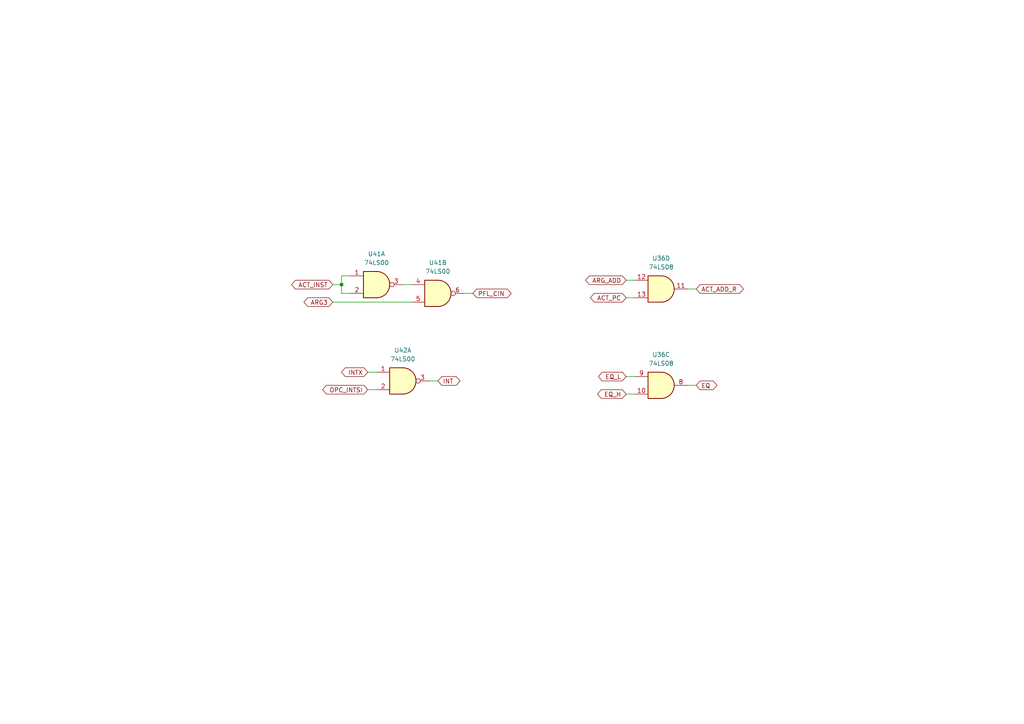
<source format=kicad_sch>
(kicad_sch (version 20250114) (generator "eeschema") (generator_version "9.0")
  (paper "A4")
  (title_block (title "Osnova8 CPU") (date "2026-01-12") (rev "1"))
  (lib_symbols
    (symbol "74xx:74LS00" (pin_names (offset 1.016))
      (property "Reference" "U" (at 0 1.27 0))
      (property "Value" "74LS00" (at 0 -1.27 0))
      (symbol "74LS00_1_1"
        (arc (start 0 3.81) (mid 3.7934 0) (end 0 -3.81) (stroke (width 0.254)) (fill (type background)))
        (polyline (pts (xy 0 3.81) (xy -3.81 3.81) (xy -3.81 -3.81) (xy 0 -3.81)) (stroke (width 0.254)) (fill (type background)))
        (pin input line (at -7.62 2.54 0) (length 3.81) (name "~") (number "1"))
        (pin input line (at -7.62 -2.54 0) (length 3.81) (name "~") (number "2"))
        (pin output inverted (at 7.62 0 180) (length 3.81) (name "~") (number "3"))
      )
      (symbol "74LS00_1_2"
        (arc (start -3.81 3.81) (mid -2.589 0) (end -3.81 -3.81) (stroke (width 0.254)))
        (polyline (pts (xy -3.81 3.81) (xy -0.635 3.81)) (stroke (width 0.254)) (fill (type background)))
        (polyline (pts (xy -3.81 -3.81) (xy -0.635 -3.81)) (stroke (width 0.254)) (fill (type background)))
        (arc (start 3.81 0) (mid 2.1855 -2.584) (end -0.6096 -3.81) (stroke (width 0.254)) (fill (type background)))
        (arc (start -0.6096 3.81) (mid 2.1928 2.5924) (end 3.81 0) (stroke (width 0.254)) (fill (type background)))
        (polyline (pts (xy -0.635 3.81) (xy -3.81 3.81) (xy -3.81 3.81) (xy -3.556 3.4036) (xy -3.0226 2.2606) (xy -2.6924 1.0414) (xy -2.6162 -0.254) (xy -2.7686 -1.4986) (xy -3.175 -2.7178) (xy -3.81 -3.81) (xy -3.81 -3.81) (xy -0.635 -3.81)) (stroke (width -25.4)) (fill (type background)))
        (pin input inverted (at -7.62 2.54 0) (length 4.318) (name "~") (number "1"))
        (pin input inverted (at -7.62 -2.54 0) (length 4.318) (name "~") (number "2"))
        (pin output line (at 7.62 0 180) (length 3.81) (name "~") (number "3"))
      )
      (symbol "74LS00_2_1"
        (arc (start 0 3.81) (mid 3.7934 0) (end 0 -3.81) (stroke (width 0.254)) (fill (type background)))
        (polyline (pts (xy 0 3.81) (xy -3.81 3.81) (xy -3.81 -3.81) (xy 0 -3.81)) (stroke (width 0.254)) (fill (type background)))
        (pin input line (at -7.62 2.54 0) (length 3.81) (name "~") (number "4"))
        (pin input line (at -7.62 -2.54 0) (length 3.81) (name "~") (number "5"))
        (pin output inverted (at 7.62 0 180) (length 3.81) (name "~") (number "6"))
      )
      (symbol "74LS00_2_2"
        (arc (start -3.81 3.81) (mid -2.589 0) (end -3.81 -3.81) (stroke (width 0.254)))
        (polyline (pts (xy -3.81 3.81) (xy -0.635 3.81)) (stroke (width 0.254)) (fill (type background)))
        (polyline (pts (xy -3.81 -3.81) (xy -0.635 -3.81)) (stroke (width 0.254)) (fill (type background)))
        (arc (start 3.81 0) (mid 2.1855 -2.584) (end -0.6096 -3.81) (stroke (width 0.254)) (fill (type background)))
        (arc (start -0.6096 3.81) (mid 2.1928 2.5924) (end 3.81 0) (stroke (width 0.254)) (fill (type background)))
        (polyline (pts (xy -0.635 3.81) (xy -3.81 3.81) (xy -3.81 3.81) (xy -3.556 3.4036) (xy -3.0226 2.2606) (xy -2.6924 1.0414) (xy -2.6162 -0.254) (xy -2.7686 -1.4986) (xy -3.175 -2.7178) (xy -3.81 -3.81) (xy -3.81 -3.81) (xy -0.635 -3.81)) (stroke (width -25.4)) (fill (type background)))
        (pin input inverted (at -7.62 2.54 0) (length 4.318) (name "~") (number "4"))
        (pin input inverted (at -7.62 -2.54 0) (length 4.318) (name "~") (number "5"))
        (pin output line (at 7.62 0 180) (length 3.81) (name "~") (number "6"))
      )
      (symbol "74LS00_3_1"
        (arc (start 0 3.81) (mid 3.7934 0) (end 0 -3.81) (stroke (width 0.254)) (fill (type background)))
        (polyline (pts (xy 0 3.81) (xy -3.81 3.81) (xy -3.81 -3.81) (xy 0 -3.81)) (stroke (width 0.254)) (fill (type background)))
        (pin input line (at -7.62 2.54 0) (length 3.81) (name "~") (number "9"))
        (pin input line (at -7.62 -2.54 0) (length 3.81) (name "~") (number "10"))
        (pin output inverted (at 7.62 0 180) (length 3.81) (name "~") (number "8"))
      )
      (symbol "74LS00_3_2"
        (arc (start -3.81 3.81) (mid -2.589 0) (end -3.81 -3.81) (stroke (width 0.254)))
        (polyline (pts (xy -3.81 3.81) (xy -0.635 3.81)) (stroke (width 0.254)) (fill (type background)))
        (polyline (pts (xy -3.81 -3.81) (xy -0.635 -3.81)) (stroke (width 0.254)) (fill (type background)))
        (arc (start 3.81 0) (mid 2.1855 -2.584) (end -0.6096 -3.81) (stroke (width 0.254)) (fill (type background)))
        (arc (start -0.6096 3.81) (mid 2.1928 2.5924) (end 3.81 0) (stroke (width 0.254)) (fill (type background)))
        (polyline (pts (xy -0.635 3.81) (xy -3.81 3.81) (xy -3.81 3.81) (xy -3.556 3.4036) (xy -3.0226 2.2606) (xy -2.6924 1.0414) (xy -2.6162 -0.254) (xy -2.7686 -1.4986) (xy -3.175 -2.7178) (xy -3.81 -3.81) (xy -3.81 -3.81) (xy -0.635 -3.81)) (stroke (width -25.4)) (fill (type background)))
        (pin input inverted (at -7.62 2.54 0) (length 4.318) (name "~") (number "9"))
        (pin input inverted (at -7.62 -2.54 0) (length 4.318) (name "~") (number "10"))
        (pin output line (at 7.62 0 180) (length 3.81) (name "~") (number "8"))
      )
      (symbol "74LS00_4_1"
        (arc (start 0 3.81) (mid 3.7934 0) (end 0 -3.81) (stroke (width 0.254)) (fill (type background)))
        (polyline (pts (xy 0 3.81) (xy -3.81 3.81) (xy -3.81 -3.81) (xy 0 -3.81)) (stroke (width 0.254)) (fill (type background)))
        (pin input line (at -7.62 2.54 0) (length 3.81) (name "~") (number "12"))
        (pin input line (at -7.62 -2.54 0) (length 3.81) (name "~") (number "13"))
        (pin output inverted (at 7.62 0 180) (length 3.81) (name "~") (number "11"))
      )
      (symbol "74LS00_4_2"
        (arc (start -3.81 3.81) (mid -2.589 0) (end -3.81 -3.81) (stroke (width 0.254)))
        (polyline (pts (xy -3.81 3.81) (xy -0.635 3.81)) (stroke (width 0.254)) (fill (type background)))
        (polyline (pts (xy -3.81 -3.81) (xy -0.635 -3.81)) (stroke (width 0.254)) (fill (type background)))
        (arc (start 3.81 0) (mid 2.1855 -2.584) (end -0.6096 -3.81) (stroke (width 0.254)) (fill (type background)))
        (arc (start -0.6096 3.81) (mid 2.1928 2.5924) (end 3.81 0) (stroke (width 0.254)) (fill (type background)))
        (polyline (pts (xy -0.635 3.81) (xy -3.81 3.81) (xy -3.81 3.81) (xy -3.556 3.4036) (xy -3.0226 2.2606) (xy -2.6924 1.0414) (xy -2.6162 -0.254) (xy -2.7686 -1.4986) (xy -3.175 -2.7178) (xy -3.81 -3.81) (xy -3.81 -3.81) (xy -0.635 -3.81)) (stroke (width -25.4)) (fill (type background)))
        (pin input inverted (at -7.62 2.54 0) (length 4.318) (name "~") (number "12"))
        (pin input inverted (at -7.62 -2.54 0) (length 4.318) (name "~") (number "13"))
        (pin output line (at 7.62 0 180) (length 3.81) (name "~") (number "11"))
      )
      (symbol "74LS00_5_0"
        (pin power_in line (at 0 12.7 270) (length 5.08) (name "VCC") (number "14"))
        (pin power_in line (at 0 -12.7 90) (length 5.08) (name "GND") (number "7"))
      )
      (symbol "74LS00_5_1"
        (rectangle (start -5.08 7.62) (end 5.08 -7.62) (stroke (width 0.254)) (fill (type background)))
      )
    )
    (symbol "74xx:74LS08" (pin_names (offset 1.016))
      (property "Reference" "U" (at 0 1.27 0))
      (property "Value" "74LS08" (at 0 -1.27 0))
      (symbol "74LS08_1_1"
        (arc (start 0 3.81) (mid 3.7934 0) (end 0 -3.81) (stroke (width 0.254)) (fill (type background)))
        (polyline (pts (xy 0 3.81) (xy -3.81 3.81) (xy -3.81 -3.81) (xy 0 -3.81)) (stroke (width 0.254)) (fill (type background)))
        (pin input line (at -7.62 2.54 0) (length 3.81) (name "~") (number "1"))
        (pin input line (at -7.62 -2.54 0) (length 3.81) (name "~") (number "2"))
        (pin output line (at 7.62 0 180) (length 3.81) (name "~") (number "3"))
      )
      (symbol "74LS08_1_2"
        (arc (start -3.81 3.81) (mid -2.589 0) (end -3.81 -3.81) (stroke (width 0.254)))
        (polyline (pts (xy -3.81 3.81) (xy -0.635 3.81)) (stroke (width 0.254)) (fill (type background)))
        (polyline (pts (xy -3.81 -3.81) (xy -0.635 -3.81)) (stroke (width 0.254)) (fill (type background)))
        (arc (start 3.81 0) (mid 2.1855 -2.584) (end -0.6096 -3.81) (stroke (width 0.254)) (fill (type background)))
        (arc (start -0.6096 3.81) (mid 2.1928 2.5924) (end 3.81 0) (stroke (width 0.254)) (fill (type background)))
        (polyline (pts (xy -0.635 3.81) (xy -3.81 3.81) (xy -3.81 3.81) (xy -3.556 3.4036) (xy -3.0226 2.2606) (xy -2.6924 1.0414) (xy -2.6162 -0.254) (xy -2.7686 -1.4986) (xy -3.175 -2.7178) (xy -3.81 -3.81) (xy -3.81 -3.81) (xy -0.635 -3.81)) (stroke (width -25.4)) (fill (type background)))
        (pin input inverted (at -7.62 2.54 0) (length 4.318) (name "~") (number "1"))
        (pin input inverted (at -7.62 -2.54 0) (length 4.318) (name "~") (number "2"))
        (pin output inverted (at 7.62 0 180) (length 3.81) (name "~") (number "3"))
      )
      (symbol "74LS08_2_1"
        (arc (start 0 3.81) (mid 3.7934 0) (end 0 -3.81) (stroke (width 0.254)) (fill (type background)))
        (polyline (pts (xy 0 3.81) (xy -3.81 3.81) (xy -3.81 -3.81) (xy 0 -3.81)) (stroke (width 0.254)) (fill (type background)))
        (pin input line (at -7.62 2.54 0) (length 3.81) (name "~") (number "4"))
        (pin input line (at -7.62 -2.54 0) (length 3.81) (name "~") (number "5"))
        (pin output line (at 7.62 0 180) (length 3.81) (name "~") (number "6"))
      )
      (symbol "74LS08_2_2"
        (arc (start -3.81 3.81) (mid -2.589 0) (end -3.81 -3.81) (stroke (width 0.254)))
        (polyline (pts (xy -3.81 3.81) (xy -0.635 3.81)) (stroke (width 0.254)) (fill (type background)))
        (polyline (pts (xy -3.81 -3.81) (xy -0.635 -3.81)) (stroke (width 0.254)) (fill (type background)))
        (arc (start 3.81 0) (mid 2.1855 -2.584) (end -0.6096 -3.81) (stroke (width 0.254)) (fill (type background)))
        (arc (start -0.6096 3.81) (mid 2.1928 2.5924) (end 3.81 0) (stroke (width 0.254)) (fill (type background)))
        (polyline (pts (xy -0.635 3.81) (xy -3.81 3.81) (xy -3.81 3.81) (xy -3.556 3.4036) (xy -3.0226 2.2606) (xy -2.6924 1.0414) (xy -2.6162 -0.254) (xy -2.7686 -1.4986) (xy -3.175 -2.7178) (xy -3.81 -3.81) (xy -3.81 -3.81) (xy -0.635 -3.81)) (stroke (width -25.4)) (fill (type background)))
        (pin input inverted (at -7.62 2.54 0) (length 4.318) (name "~") (number "4"))
        (pin input inverted (at -7.62 -2.54 0) (length 4.318) (name "~") (number "5"))
        (pin output inverted (at 7.62 0 180) (length 3.81) (name "~") (number "6"))
      )
      (symbol "74LS08_3_1"
        (arc (start 0 3.81) (mid 3.7934 0) (end 0 -3.81) (stroke (width 0.254)) (fill (type background)))
        (polyline (pts (xy 0 3.81) (xy -3.81 3.81) (xy -3.81 -3.81) (xy 0 -3.81)) (stroke (width 0.254)) (fill (type background)))
        (pin input line (at -7.62 2.54 0) (length 3.81) (name "~") (number "9"))
        (pin input line (at -7.62 -2.54 0) (length 3.81) (name "~") (number "10"))
        (pin output line (at 7.62 0 180) (length 3.81) (name "~") (number "8"))
      )
      (symbol "74LS08_3_2"
        (arc (start -3.81 3.81) (mid -2.589 0) (end -3.81 -3.81) (stroke (width 0.254)))
        (polyline (pts (xy -3.81 3.81) (xy -0.635 3.81)) (stroke (width 0.254)) (fill (type background)))
        (polyline (pts (xy -3.81 -3.81) (xy -0.635 -3.81)) (stroke (width 0.254)) (fill (type background)))
        (arc (start 3.81 0) (mid 2.1855 -2.584) (end -0.6096 -3.81) (stroke (width 0.254)) (fill (type background)))
        (arc (start -0.6096 3.81) (mid 2.1928 2.5924) (end 3.81 0) (stroke (width 0.254)) (fill (type background)))
        (polyline (pts (xy -0.635 3.81) (xy -3.81 3.81) (xy -3.81 3.81) (xy -3.556 3.4036) (xy -3.0226 2.2606) (xy -2.6924 1.0414) (xy -2.6162 -0.254) (xy -2.7686 -1.4986) (xy -3.175 -2.7178) (xy -3.81 -3.81) (xy -3.81 -3.81) (xy -0.635 -3.81)) (stroke (width -25.4)) (fill (type background)))
        (pin input inverted (at -7.62 2.54 0) (length 4.318) (name "~") (number "9"))
        (pin input inverted (at -7.62 -2.54 0) (length 4.318) (name "~") (number "10"))
        (pin output inverted (at 7.62 0 180) (length 3.81) (name "~") (number "8"))
      )
      (symbol "74LS08_4_1"
        (arc (start 0 3.81) (mid 3.7934 0) (end 0 -3.81) (stroke (width 0.254)) (fill (type background)))
        (polyline (pts (xy 0 3.81) (xy -3.81 3.81) (xy -3.81 -3.81) (xy 0 -3.81)) (stroke (width 0.254)) (fill (type background)))
        (pin input line (at -7.62 2.54 0) (length 3.81) (name "~") (number "12"))
        (pin input line (at -7.62 -2.54 0) (length 3.81) (name "~") (number "13"))
        (pin output line (at 7.62 0 180) (length 3.81) (name "~") (number "11"))
      )
      (symbol "74LS08_4_2"
        (arc (start -3.81 3.81) (mid -2.589 0) (end -3.81 -3.81) (stroke (width 0.254)))
        (polyline (pts (xy -3.81 3.81) (xy -0.635 3.81)) (stroke (width 0.254)) (fill (type background)))
        (polyline (pts (xy -3.81 -3.81) (xy -0.635 -3.81)) (stroke (width 0.254)) (fill (type background)))
        (arc (start 3.81 0) (mid 2.1855 -2.584) (end -0.6096 -3.81) (stroke (width 0.254)) (fill (type background)))
        (arc (start -0.6096 3.81) (mid 2.1928 2.5924) (end 3.81 0) (stroke (width 0.254)) (fill (type background)))
        (polyline (pts (xy -0.635 3.81) (xy -3.81 3.81) (xy -3.81 3.81) (xy -3.556 3.4036) (xy -3.0226 2.2606) (xy -2.6924 1.0414) (xy -2.6162 -0.254) (xy -2.7686 -1.4986) (xy -3.175 -2.7178) (xy -3.81 -3.81) (xy -3.81 -3.81) (xy -0.635 -3.81)) (stroke (width -25.4)) (fill (type background)))
        (pin input inverted (at -7.62 2.54 0) (length 4.318) (name "~") (number "12"))
        (pin input inverted (at -7.62 -2.54 0) (length 4.318) (name "~") (number "13"))
        (pin output inverted (at 7.62 0 180) (length 3.81) (name "~") (number "11"))
      )
      (symbol "74LS08_5_0"
        (pin power_in line (at 0 12.7 270) (length 5.08) (name "VCC") (number "14"))
        (pin power_in line (at 0 -12.7 90) (length 5.08) (name "GND") (number "7"))
      )
      (symbol "74LS08_5_1"
        (rectangle (start -5.08 7.62) (end 5.08 -7.62) (stroke (width 0.254)) (fill (type background)))
      )
    )
  )
  (junction (at 99.06 82.55))
  (wire (pts (xy 101.6 80.01) (xy 99.06 80.01)))
  (wire (pts (xy 127 110.49) (xy 124.46 110.49)))
  (wire (pts (xy 99.06 80.01) (xy 99.06 82.55)))
  (wire (pts (xy 101.6 85.09) (xy 99.06 85.09)))
  (wire (pts (xy 199.39 83.82) (xy 201.93 83.82)))
  (wire (pts (xy 106.68 113.03) (xy 109.22 113.03)))
  (wire (pts (xy 96.52 87.63) (xy 119.38 87.63)))
  (wire (pts (xy 181.61 114.3) (xy 184.15 114.3)))
  (wire (pts (xy 181.61 81.28) (xy 184.15 81.28)))
  (wire (pts (xy 106.68 107.95) (xy 109.22 107.95)))
  (wire (pts (xy 181.61 109.22) (xy 184.15 109.22)))
  (wire (pts (xy 201.93 111.76) (xy 199.39 111.76)))
  (wire (pts (xy 99.06 85.09) (xy 99.06 82.55)))
  (wire (pts (xy 116.84 82.55) (xy 119.38 82.55)))
  (wire (pts (xy 137.16 85.09) (xy 134.62 85.09)))
  (wire (pts (xy 99.06 82.55) (xy 96.52 82.55)))
  (wire (pts (xy 181.61 86.36) (xy 184.15 86.36)))
  (global_label "ACT_ADD_R" (shape bidirectional) (at 201.93 83.82 0) (property "Intersheetrefs" "${INTERSHEET_REFS}" (effects (hide yes))))
  (global_label "OPC_INTSI" (shape bidirectional) (at 106.68 113.03 180) (property "Intersheetrefs" "${INTERSHEET_REFS}" (effects (hide yes))))
  (global_label "ARG3" (shape bidirectional) (at 96.52 87.63 180) (property "Intersheetrefs" "${INTERSHEET_REFS}" (effects (hide yes))))
  (global_label "PFL_CIN" (shape bidirectional) (at 137.16 85.09 0) (property "Intersheetrefs" "${INTERSHEET_REFS}" (effects (hide yes))))
  (global_label "EQ_L" (shape bidirectional) (at 181.61 109.22 180) (property "Intersheetrefs" "${INTERSHEET_REFS}" (effects (hide yes))))
  (global_label "INTX" (shape bidirectional) (at 106.68 107.95 180) (property "Intersheetrefs" "${INTERSHEET_REFS}" (effects (hide yes))))
  (global_label "EQ" (shape bidirectional) (at 201.93 111.76 0) (property "Intersheetrefs" "${INTERSHEET_REFS}" (effects (hide yes))))
  (global_label "ARG_ADD" (shape bidirectional) (at 181.61 81.28 180) (property "Intersheetrefs" "${INTERSHEET_REFS}" (effects (hide yes))))
  (global_label "EQ_H" (shape bidirectional) (at 181.61 114.3 180) (property "Intersheetrefs" "${INTERSHEET_REFS}" (effects (hide yes))))
  (global_label "ACT_INST" (shape bidirectional) (at 96.52 82.55 180) (property "Intersheetrefs" "${INTERSHEET_REFS}" (effects (hide yes))))
  (global_label "INT" (shape bidirectional) (at 127 110.49 0) (property "Intersheetrefs" "${INTERSHEET_REFS}" (effects (hide yes))))
  (global_label "ACT_PC" (shape bidirectional) (at 181.61 86.36 180) (property "Intersheetrefs" "${INTERSHEET_REFS}" (effects (hide yes))))
  (symbol (lib_id "74xx:74LS00") (at 109.22 82.55 0) (unit 1)
    (property "Reference" "U41" (at 109.2117 73.66 0))
    (property "Value" "74LS00" (at 109.2117 76.2 0))
    (property "Datasheet" "http://www.ti.com/lit/gpn/sn74ls00" (effects (hide yes)))
    (property "Description" "quad 2-input NAND gate" (effects (hide yes)))
  )
  (symbol (lib_id "74xx:74LS08") (at 191.77 111.76 0) (unit 3)
    (property "Reference" "U36" (at 191.7617 102.87 0))
    (property "Value" "74LS08" (at 191.7617 105.41 0))
    (property "Datasheet" "http://www.ti.com/lit/gpn/sn74LS08" (effects (hide yes)))
    (property "Description" "Quad And2" (effects (hide yes)))
  )
  (symbol (lib_id "74xx:74LS00") (at 127 85.09 0) (unit 2)
    (property "Reference" "U41" (at 126.9917 76.2 0))
    (property "Value" "74LS00" (at 126.9917 78.74 0))
    (property "Datasheet" "http://www.ti.com/lit/gpn/sn74ls00" (effects (hide yes)))
    (property "Description" "quad 2-input NAND gate" (effects (hide yes)))
  )
  (symbol (lib_id "74xx:74LS08") (at 191.77 83.82 0) (unit 4)
    (property "Reference" "U36" (at 191.7617 74.93 0))
    (property "Value" "74LS08" (at 191.7617 77.47 0))
    (property "Datasheet" "http://www.ti.com/lit/gpn/sn74LS08" (effects (hide yes)))
    (property "Description" "Quad And2" (effects (hide yes)))
  )
  (symbol (lib_id "74xx:74LS00") (at 116.84 110.49 0) (unit 1)
    (property "Reference" "U42" (at 116.8317 101.6 0))
    (property "Value" "74LS00" (at 116.8317 104.14 0))
    (property "Datasheet" "http://www.ti.com/lit/gpn/sn74ls00" (effects (hide yes)))
    (property "Description" "quad 2-input NAND gate" (effects (hide yes)))
  )
)
</source>
